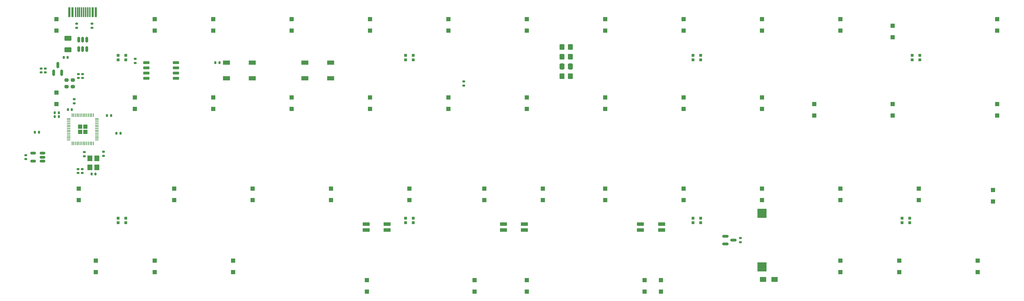
<source format=gbr>
%TF.GenerationSoftware,KiCad,Pcbnew,(6.0.11)*%
%TF.CreationDate,2023-03-20T14:56:03+01:00*%
%TF.ProjectId,alpha-curISO_routingv6,616c7068-612d-4637-9572-49534f5f726f,rev?*%
%TF.SameCoordinates,Original*%
%TF.FileFunction,Paste,Bot*%
%TF.FilePolarity,Positive*%
%FSLAX46Y46*%
G04 Gerber Fmt 4.6, Leading zero omitted, Abs format (unit mm)*
G04 Created by KiCad (PCBNEW (6.0.11)) date 2023-03-20 14:56:03*
%MOMM*%
%LPD*%
G01*
G04 APERTURE LIST*
G04 Aperture macros list*
%AMRoundRect*
0 Rectangle with rounded corners*
0 $1 Rounding radius*
0 $2 $3 $4 $5 $6 $7 $8 $9 X,Y pos of 4 corners*
0 Add a 4 corners polygon primitive as box body*
4,1,4,$2,$3,$4,$5,$6,$7,$8,$9,$2,$3,0*
0 Add four circle primitives for the rounded corners*
1,1,$1+$1,$2,$3*
1,1,$1+$1,$4,$5*
1,1,$1+$1,$6,$7*
1,1,$1+$1,$8,$9*
0 Add four rect primitives between the rounded corners*
20,1,$1+$1,$2,$3,$4,$5,0*
20,1,$1+$1,$4,$5,$6,$7,0*
20,1,$1+$1,$6,$7,$8,$9,0*
20,1,$1+$1,$8,$9,$2,$3,0*%
G04 Aperture macros list end*
%ADD10R,1.600000X1.200000*%
%ADD11R,1.100000X1.100000*%
%ADD12R,1.700000X1.000000*%
%ADD13R,1.700000X0.820000*%
%ADD14RoundRect,0.205000X0.645000X0.205000X-0.645000X0.205000X-0.645000X-0.205000X0.645000X-0.205000X0*%
%ADD15RoundRect,0.135000X0.185000X-0.135000X0.185000X0.135000X-0.185000X0.135000X-0.185000X-0.135000X0*%
%ADD16R,0.700000X0.700000*%
%ADD17RoundRect,0.140000X-0.170000X0.140000X-0.170000X-0.140000X0.170000X-0.140000X0.170000X0.140000X0*%
%ADD18RoundRect,0.140000X0.170000X-0.140000X0.170000X0.140000X-0.170000X0.140000X-0.170000X-0.140000X0*%
%ADD19RoundRect,0.250000X-0.350000X-0.450000X0.350000X-0.450000X0.350000X0.450000X-0.350000X0.450000X0*%
%ADD20RoundRect,0.140000X0.140000X0.170000X-0.140000X0.170000X-0.140000X-0.170000X0.140000X-0.170000X0*%
%ADD21RoundRect,0.250000X0.337500X0.475000X-0.337500X0.475000X-0.337500X-0.475000X0.337500X-0.475000X0*%
%ADD22R,2.300000X2.300000*%
%ADD23RoundRect,0.150000X0.512500X0.150000X-0.512500X0.150000X-0.512500X-0.150000X0.512500X-0.150000X0*%
%ADD24RoundRect,0.135000X-0.185000X0.135000X-0.185000X-0.135000X0.185000X-0.135000X0.185000X0.135000X0*%
%ADD25RoundRect,0.150000X-0.587500X-0.150000X0.587500X-0.150000X0.587500X0.150000X-0.587500X0.150000X0*%
%ADD26R,1.200000X1.400000*%
%ADD27RoundRect,0.150000X0.150000X-0.587500X0.150000X0.587500X-0.150000X0.587500X-0.150000X-0.587500X0*%
%ADD28RoundRect,0.140000X-0.140000X-0.170000X0.140000X-0.170000X0.140000X0.170000X-0.140000X0.170000X0*%
%ADD29RoundRect,0.200000X-0.275000X0.200000X-0.275000X-0.200000X0.275000X-0.200000X0.275000X0.200000X0*%
%ADD30RoundRect,0.135000X0.135000X0.185000X-0.135000X0.185000X-0.135000X-0.185000X0.135000X-0.185000X0*%
%ADD31RoundRect,0.150000X0.650000X0.150000X-0.650000X0.150000X-0.650000X-0.150000X0.650000X-0.150000X0*%
%ADD32RoundRect,0.150000X0.150000X-0.512500X0.150000X0.512500X-0.150000X0.512500X-0.150000X-0.512500X0*%
%ADD33RoundRect,0.250000X-0.625000X0.375000X-0.625000X-0.375000X0.625000X-0.375000X0.625000X0.375000X0*%
%ADD34R,0.600000X2.450000*%
%ADD35R,0.300000X2.450000*%
%ADD36RoundRect,0.250000X0.292217X0.292217X-0.292217X0.292217X-0.292217X-0.292217X0.292217X-0.292217X0*%
%ADD37RoundRect,0.050000X0.387500X0.050000X-0.387500X0.050000X-0.387500X-0.050000X0.387500X-0.050000X0*%
%ADD38RoundRect,0.050000X0.050000X0.387500X-0.050000X0.387500X-0.050000X-0.387500X0.050000X-0.387500X0*%
%ADD39RoundRect,0.250000X0.350000X0.450000X-0.350000X0.450000X-0.350000X-0.450000X0.350000X-0.450000X0*%
G04 APERTURE END LIST*
D10*
%TO.C,R8*%
X208150000Y-120650000D03*
X210950000Y-120650000D03*
%TD*%
D11*
%TO.C,D32*%
X188912500Y-79187500D03*
X188912500Y-76387500D03*
%TD*%
D12*
%TO.C,SW27*%
X84112500Y-71750000D03*
X77812500Y-71750000D03*
X84112500Y-67950000D03*
X77812500Y-67950000D03*
%TD*%
D13*
%TO.C,LED2*%
X150187500Y-108700000D03*
X150187500Y-107200000D03*
D14*
X145087500Y-107200000D03*
D13*
X145087500Y-108700000D03*
%TD*%
D11*
%TO.C,D2*%
X36512500Y-77981000D03*
X36512500Y-75181000D03*
%TD*%
D15*
%TO.C,R7*%
X43230800Y-90680000D03*
X43230800Y-89660000D03*
%TD*%
D16*
%TO.C,LED8*%
X193002500Y-105812500D03*
X193002500Y-106912500D03*
X191172500Y-106912500D03*
X191172500Y-105812500D03*
%TD*%
D11*
%TO.C,D11*%
X84137500Y-101412500D03*
X84137500Y-98612500D03*
%TD*%
D17*
%TO.C,C2*%
X47904400Y-89639200D03*
X47904400Y-90599200D03*
%TD*%
D11*
%TO.C,D9*%
X74612500Y-60137500D03*
X74612500Y-57337500D03*
%TD*%
%TO.C,D50*%
X154686000Y-101349000D03*
X154686000Y-98549000D03*
%TD*%
%TO.C,D7*%
X65087500Y-101412500D03*
X65087500Y-98612500D03*
%TD*%
D12*
%TO.C,SW38*%
X96862500Y-67950000D03*
X103162500Y-67950000D03*
X103162500Y-71750000D03*
X96862500Y-71750000D03*
%TD*%
D18*
%TO.C,C10*%
X40792400Y-77823000D03*
X40792400Y-76863000D03*
%TD*%
D17*
%TO.C,C14*%
X41706800Y-93855600D03*
X41706800Y-94815600D03*
%TD*%
D11*
%TO.C,D24*%
X150812500Y-123637500D03*
X150812500Y-120837500D03*
%TD*%
D19*
%TO.C,UR1*%
X159337500Y-66516250D03*
X161337500Y-66516250D03*
%TD*%
D11*
%TO.C,D42*%
X239712500Y-61725000D03*
X239712500Y-58925000D03*
%TD*%
%TO.C,D44*%
X246062500Y-101412500D03*
X246062500Y-98612500D03*
%TD*%
%TO.C,D5*%
X60325000Y-60137500D03*
X60325000Y-57337500D03*
%TD*%
%TO.C,D23*%
X138112500Y-123637500D03*
X138112500Y-120837500D03*
%TD*%
%TO.C,D49*%
X260350000Y-118875000D03*
X260350000Y-116075000D03*
%TD*%
D20*
%TO.C,C1*%
X46003085Y-94996000D03*
X45043085Y-94996000D03*
%TD*%
D11*
%TO.C,D25*%
X150812500Y-60137500D03*
X150812500Y-57337500D03*
%TD*%
D18*
%TO.C,C5*%
X32764129Y-70306555D03*
X32764129Y-69346555D03*
%TD*%
D11*
%TO.C,D13*%
X93662500Y-60137500D03*
X93662500Y-57337500D03*
%TD*%
%TO.C,D39*%
X220662500Y-80775000D03*
X220662500Y-77975000D03*
%TD*%
D21*
%TO.C,C18*%
X161375000Y-68897500D03*
X159300000Y-68897500D03*
%TD*%
D18*
%TO.C,C19*%
X29006800Y-91412000D03*
X29006800Y-90452000D03*
%TD*%
D11*
%TO.C,D19*%
X111918750Y-123637500D03*
X111918750Y-120837500D03*
%TD*%
D16*
%TO.C,LED4*%
X121322500Y-67225000D03*
X121322500Y-66125000D03*
X123152500Y-66125000D03*
X123152500Y-67225000D03*
%TD*%
D22*
%TO.C,LS2*%
X207962500Y-104625000D03*
X207962500Y-117625000D03*
%TD*%
D23*
%TO.C,U5*%
X33090700Y-89982000D03*
X33090700Y-90932000D03*
X33090700Y-91882000D03*
X30815700Y-91882000D03*
X30815700Y-89982000D03*
%TD*%
D24*
%TO.C,R9*%
X202692000Y-110615000D03*
X202692000Y-111635000D03*
%TD*%
D25*
%TO.C,Q1*%
X199087500Y-112075000D03*
X199087500Y-110175000D03*
X200962500Y-111125000D03*
%TD*%
D26*
%TO.C,Y1*%
X44629600Y-93439736D03*
X44629600Y-91239736D03*
X46329600Y-91239736D03*
X46329600Y-93439736D03*
%TD*%
D27*
%TO.C,U3*%
X37734952Y-70381444D03*
X35834952Y-70381444D03*
X36784952Y-68506444D03*
%TD*%
D20*
%TO.C,C16*%
X37056000Y-80086386D03*
X36096000Y-80086386D03*
%TD*%
D11*
%TO.C,D46*%
X265112500Y-60137500D03*
X265112500Y-57337500D03*
%TD*%
%TO.C,D21*%
X131762500Y-79187500D03*
X131762500Y-76387500D03*
%TD*%
D28*
%TO.C,C13*%
X51082000Y-85090000D03*
X52042000Y-85090000D03*
%TD*%
D11*
%TO.C,D48*%
X264033000Y-98930000D03*
X264033000Y-101730000D03*
%TD*%
%TO.C,D40*%
X227012500Y-101412500D03*
X227012500Y-98612500D03*
%TD*%
%TO.C,D35*%
X207962500Y-60137500D03*
X207962500Y-57337500D03*
%TD*%
D16*
%TO.C,LED6*%
X244449000Y-67225000D03*
X244449000Y-66125000D03*
X246279000Y-66125000D03*
X246279000Y-67225000D03*
%TD*%
D11*
%TO.C,D26*%
X150812500Y-79187500D03*
X150812500Y-76387500D03*
%TD*%
D24*
%TO.C,R3*%
X135450520Y-72515000D03*
X135450520Y-73535000D03*
%TD*%
D11*
%TO.C,D22*%
X140462000Y-101412500D03*
X140462000Y-98612500D03*
%TD*%
%TO.C,D14*%
X93662500Y-79187500D03*
X93662500Y-76387500D03*
%TD*%
D13*
%TO.C,LED3*%
X183525000Y-108700000D03*
X183525000Y-107200000D03*
D14*
X178425000Y-107200000D03*
D13*
X178425000Y-108700000D03*
%TD*%
D19*
%TO.C,UR2*%
X159337500Y-64135000D03*
X161337500Y-64135000D03*
%TD*%
D20*
%TO.C,C7*%
X40231000Y-79375000D03*
X39271000Y-79375000D03*
%TD*%
D18*
%TO.C,C15*%
X41783000Y-71677500D03*
X41783000Y-70717500D03*
%TD*%
D29*
%TO.C,R2*%
X38957250Y-72168750D03*
X38957250Y-73818750D03*
%TD*%
D30*
%TO.C,R6*%
X76107999Y-67952227D03*
X75087999Y-67952227D03*
%TD*%
D11*
%TO.C,D36*%
X207962500Y-79187500D03*
X207962500Y-76387500D03*
%TD*%
%TO.C,D6*%
X55562500Y-79187500D03*
X55562500Y-76387500D03*
%TD*%
D31*
%TO.C,U2*%
X65512500Y-67945000D03*
X65512500Y-69215000D03*
X65512500Y-70485000D03*
X65512500Y-71755000D03*
X58312500Y-71755000D03*
X58312500Y-70485000D03*
X58312500Y-69215000D03*
X58312500Y-67945000D03*
%TD*%
D18*
%TO.C,C3*%
X55626000Y-67980500D03*
X55626000Y-67020500D03*
%TD*%
D20*
%TO.C,C8*%
X37056000Y-81026000D03*
X36096000Y-81026000D03*
%TD*%
D11*
%TO.C,D37*%
X207962500Y-101412500D03*
X207962500Y-98612500D03*
%TD*%
%TO.C,D38*%
X227012500Y-60137500D03*
X227012500Y-57337500D03*
%TD*%
D29*
%TO.C,R1*%
X40481250Y-72168750D03*
X40481250Y-73818750D03*
%TD*%
D11*
%TO.C,D31*%
X188912500Y-60137500D03*
X188912500Y-57337500D03*
%TD*%
%TO.C,D47*%
X265112500Y-80775000D03*
X265112500Y-77975000D03*
%TD*%
D17*
%TO.C,C9*%
X42722800Y-93855600D03*
X42722800Y-94815600D03*
%TD*%
D11*
%TO.C,D20*%
X131762500Y-60137500D03*
X131762500Y-57337500D03*
%TD*%
D32*
%TO.C,U4*%
X43812500Y-64637500D03*
X42862500Y-64637500D03*
X41912500Y-64637500D03*
X41912500Y-62362500D03*
X42862500Y-62362500D03*
X43812500Y-62362500D03*
%TD*%
D33*
%TO.C,F1*%
X39243000Y-61973000D03*
X39243000Y-64773000D03*
%TD*%
D18*
%TO.C,C6*%
X33780128Y-70306555D03*
X33780128Y-69346555D03*
%TD*%
D11*
%TO.C,D17*%
X112712500Y-79187500D03*
X112712500Y-76387500D03*
%TD*%
D20*
%TO.C,C4*%
X39215000Y-66675000D03*
X38255000Y-66675000D03*
%TD*%
D16*
%TO.C,LED5*%
X191172500Y-67225000D03*
X191172500Y-66125000D03*
X193002500Y-66125000D03*
X193002500Y-67225000D03*
%TD*%
D11*
%TO.C,D29*%
X169862500Y-101412500D03*
X169862500Y-98612500D03*
%TD*%
%TO.C,D8*%
X60325000Y-118875000D03*
X60325000Y-116075000D03*
%TD*%
D16*
%TO.C,LED9*%
X123152500Y-105812500D03*
X123152500Y-106912500D03*
X121322500Y-106912500D03*
X121322500Y-105812500D03*
%TD*%
D24*
%TO.C,R4*%
X41402000Y-58418000D03*
X41402000Y-59438000D03*
%TD*%
D34*
%TO.C,USB1*%
X39637500Y-55631838D03*
X40412500Y-55631838D03*
D35*
X41112500Y-55631838D03*
X41612500Y-55631838D03*
X42112500Y-55631838D03*
X42612500Y-55631838D03*
X43112500Y-55631838D03*
X43612500Y-55631838D03*
X44112500Y-55631838D03*
X44612500Y-55631838D03*
D34*
X45312500Y-55631838D03*
X46087500Y-55631838D03*
%TD*%
D11*
%TO.C,D41*%
X227012500Y-118875000D03*
X227012500Y-116075000D03*
%TD*%
%TO.C,D3*%
X41910000Y-101349000D03*
X41910000Y-98549000D03*
%TD*%
D24*
%TO.C,R5*%
X45085000Y-58418000D03*
X45085000Y-59438000D03*
%TD*%
D16*
%TO.C,LED10*%
X53302500Y-105812500D03*
X53302500Y-106912500D03*
X51472500Y-106912500D03*
X51472500Y-105812500D03*
%TD*%
D13*
%TO.C,LED1*%
X116850000Y-108700000D03*
X116850000Y-107200000D03*
D14*
X111750000Y-107200000D03*
D13*
X111750000Y-108700000D03*
%TD*%
D11*
%TO.C,D4*%
X46037500Y-118875000D03*
X46037500Y-116075000D03*
%TD*%
%TO.C,D1*%
X36512500Y-60137500D03*
X36512500Y-57337500D03*
%TD*%
D16*
%TO.C,LED7*%
X243802500Y-105812500D03*
X243802500Y-106912500D03*
X241972500Y-106912500D03*
X241972500Y-105812500D03*
%TD*%
D11*
%TO.C,D34*%
X183388000Y-123637500D03*
X183388000Y-120837500D03*
%TD*%
D20*
%TO.C,C11*%
X32230000Y-84836000D03*
X31270000Y-84836000D03*
%TD*%
D11*
%TO.C,D30*%
X179387500Y-123637500D03*
X179387500Y-120837500D03*
%TD*%
D18*
%TO.C,C12*%
X42799000Y-71677500D03*
X42799000Y-70717500D03*
%TD*%
D11*
%TO.C,D18*%
X122237500Y-101412500D03*
X122237500Y-98612500D03*
%TD*%
%TO.C,D45*%
X241300000Y-118875000D03*
X241300000Y-116075000D03*
%TD*%
%TO.C,D33*%
X188912500Y-101412500D03*
X188912500Y-98612500D03*
%TD*%
%TO.C,D10*%
X74612500Y-79187500D03*
X74612500Y-76387500D03*
%TD*%
%TO.C,D27*%
X169862500Y-60137500D03*
X169862500Y-57337500D03*
%TD*%
%TO.C,D12*%
X79375000Y-118875000D03*
X79375000Y-116075000D03*
%TD*%
%TO.C,D15*%
X103187500Y-101412500D03*
X103187500Y-98612500D03*
%TD*%
D36*
%TO.C,U1*%
X42225000Y-84776414D03*
X42225000Y-83501414D03*
X43500000Y-83501414D03*
X43500000Y-84776414D03*
D37*
X46300000Y-81538914D03*
X46300000Y-81938914D03*
X46300000Y-82338914D03*
X46300000Y-82738914D03*
X46300000Y-83138914D03*
X46300000Y-83538914D03*
X46300000Y-83938914D03*
X46300000Y-84338914D03*
X46300000Y-84738914D03*
X46300000Y-85138914D03*
X46300000Y-85538914D03*
X46300000Y-85938914D03*
X46300000Y-86338914D03*
X46300000Y-86738914D03*
D38*
X45462500Y-87576414D03*
X45062500Y-87576414D03*
X44662500Y-87576414D03*
X44262500Y-87576414D03*
X43862500Y-87576414D03*
X43462500Y-87576414D03*
X43062500Y-87576414D03*
X42662500Y-87576414D03*
X42262500Y-87576414D03*
X41862500Y-87576414D03*
X41462500Y-87576414D03*
X41062500Y-87576414D03*
X40662500Y-87576414D03*
X40262500Y-87576414D03*
D37*
X39425000Y-86738914D03*
X39425000Y-86338914D03*
X39425000Y-85938914D03*
X39425000Y-85538914D03*
X39425000Y-85138914D03*
X39425000Y-84738914D03*
X39425000Y-84338914D03*
X39425000Y-83938914D03*
X39425000Y-83538914D03*
X39425000Y-83138914D03*
X39425000Y-82738914D03*
X39425000Y-82338914D03*
X39425000Y-81938914D03*
X39425000Y-81538914D03*
D38*
X40262500Y-80701414D03*
X40662500Y-80701414D03*
X41062500Y-80701414D03*
X41462500Y-80701414D03*
X41862500Y-80701414D03*
X42262500Y-80701414D03*
X42662500Y-80701414D03*
X43062500Y-80701414D03*
X43462500Y-80701414D03*
X43862500Y-80701414D03*
X44262500Y-80701414D03*
X44662500Y-80701414D03*
X45062500Y-80701414D03*
X45462500Y-80701414D03*
%TD*%
D11*
%TO.C,D16*%
X112712500Y-60137500D03*
X112712500Y-57337500D03*
%TD*%
%TO.C,D28*%
X169862500Y-79187500D03*
X169862500Y-76387500D03*
%TD*%
%TO.C,D43*%
X239712500Y-80775000D03*
X239712500Y-77975000D03*
%TD*%
D39*
%TO.C,UR3*%
X161337500Y-71278750D03*
X159337500Y-71278750D03*
%TD*%
D16*
%TO.C,LED11*%
X51472500Y-67225000D03*
X51472500Y-66125000D03*
X53302500Y-66125000D03*
X53302500Y-67225000D03*
%TD*%
D28*
%TO.C,C17*%
X48796000Y-80772000D03*
X49756000Y-80772000D03*
%TD*%
M02*

</source>
